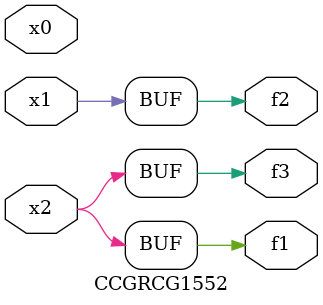
<source format=v>
module CCGRCG1552(
	input x0, x1, x2,
	output f1, f2, f3
);
	assign f1 = x2;
	assign f2 = x1;
	assign f3 = x2;
endmodule

</source>
